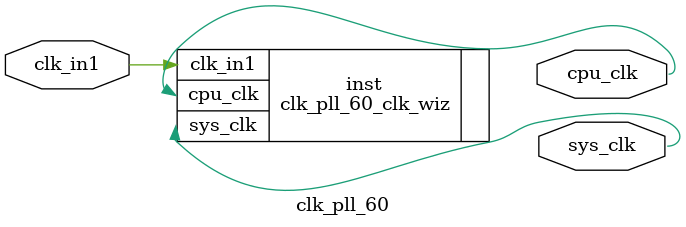
<source format=v>


`timescale 1ps/1ps

(* CORE_GENERATION_INFO = "clk_pll_60,clk_wiz_v6_0_4_0_0,{component_name=clk_pll_60,use_phase_alignment=true,use_min_o_jitter=false,use_max_i_jitter=false,use_dyn_phase_shift=false,use_inclk_switchover=false,use_dyn_reconfig=false,enable_axi=0,feedback_source=FDBK_AUTO,PRIMITIVE=PLL,num_out_clk=2,clkin1_period=10.000,clkin2_period=10.000,use_power_down=false,use_reset=false,use_locked=false,use_inclk_stopped=false,feedback_type=SINGLE,CLOCK_MGR_TYPE=NA,manual_override=false}" *)

module clk_pll_60 
 (
  // Clock out ports
  output        cpu_clk,
  output        sys_clk,
 // Clock in ports
  input         clk_in1
 );

  clk_pll_60_clk_wiz inst
  (
  // Clock out ports  
  .cpu_clk(cpu_clk),
  .sys_clk(sys_clk),
 // Clock in ports
  .clk_in1(clk_in1)
  );

endmodule

</source>
